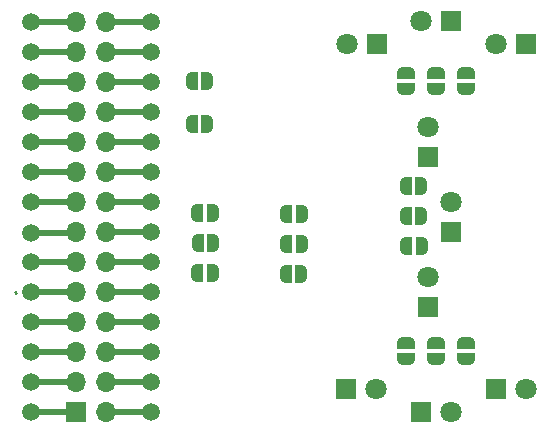
<source format=gbr>
%TF.GenerationSoftware,KiCad,Pcbnew,(6.0.4)*%
%TF.CreationDate,2024-03-23T15:20:54+02:00*%
%TF.ProjectId,EEE3088 Sensing,45454533-3038-4382-9053-656e73696e67,R1.0*%
%TF.SameCoordinates,Original*%
%TF.FileFunction,Copper,L2,Bot*%
%TF.FilePolarity,Positive*%
%FSLAX46Y46*%
G04 Gerber Fmt 4.6, Leading zero omitted, Abs format (unit mm)*
G04 Created by KiCad (PCBNEW (6.0.4)) date 2024-03-23 15:20:54*
%MOMM*%
%LPD*%
G01*
G04 APERTURE LIST*
G04 Aperture macros list*
%AMFreePoly0*
4,1,22,0.500000,-0.750000,0.000000,-0.750000,0.000000,-0.745033,-0.079941,-0.743568,-0.215256,-0.701293,-0.333266,-0.622738,-0.424486,-0.514219,-0.481581,-0.384460,-0.499164,-0.250000,-0.500000,-0.250000,-0.500000,0.250000,-0.499164,0.250000,-0.499963,0.256109,-0.478152,0.396186,-0.417904,0.524511,-0.324060,0.630769,-0.204165,0.706417,-0.067858,0.745374,0.000000,0.744959,0.000000,0.750000,
0.500000,0.750000,0.500000,-0.750000,0.500000,-0.750000,$1*%
%AMFreePoly1*
4,1,20,0.000000,0.744959,0.073905,0.744508,0.209726,0.703889,0.328688,0.626782,0.421226,0.519385,0.479903,0.390333,0.500000,0.250000,0.500000,-0.250000,0.499851,-0.262216,0.476331,-0.402017,0.414519,-0.529596,0.319384,-0.634700,0.198574,-0.708877,0.061801,-0.746166,0.000000,-0.745033,0.000000,-0.750000,-0.500000,-0.750000,-0.500000,0.750000,0.000000,0.750000,0.000000,0.744959,
0.000000,0.744959,$1*%
G04 Aperture macros list end*
%TA.AperFunction,SMDPad,CuDef*%
%ADD10FreePoly0,0.000000*%
%TD*%
%TA.AperFunction,SMDPad,CuDef*%
%ADD11FreePoly1,0.000000*%
%TD*%
%TA.AperFunction,SMDPad,CuDef*%
%ADD12FreePoly0,180.000000*%
%TD*%
%TA.AperFunction,SMDPad,CuDef*%
%ADD13FreePoly1,180.000000*%
%TD*%
%TA.AperFunction,SMDPad,CuDef*%
%ADD14FreePoly0,270.000000*%
%TD*%
%TA.AperFunction,SMDPad,CuDef*%
%ADD15FreePoly1,270.000000*%
%TD*%
%TA.AperFunction,SMDPad,CuDef*%
%ADD16FreePoly0,90.000000*%
%TD*%
%TA.AperFunction,SMDPad,CuDef*%
%ADD17FreePoly1,90.000000*%
%TD*%
%TA.AperFunction,ComponentPad*%
%ADD18C,1.800000*%
%TD*%
%TA.AperFunction,ComponentPad*%
%ADD19R,1.800000X1.800000*%
%TD*%
%TA.AperFunction,ComponentPad*%
%ADD20O,1.700000X1.700000*%
%TD*%
%TA.AperFunction,ComponentPad*%
%ADD21R,1.700000X1.700000*%
%TD*%
%TA.AperFunction,SMDPad,CuDef*%
%ADD22C,1.500000*%
%TD*%
%TA.AperFunction,Conductor*%
%ADD23C,0.500000*%
%TD*%
%TA.AperFunction,Conductor*%
%ADD24C,0.250000*%
%TD*%
G04 APERTURE END LIST*
D10*
%TO.P,17,1,A*%
%TO.N,PE15*%
X129637000Y-77216000D03*
D11*
%TO.P,17,2,B*%
%TO.N,VinR*%
X130937000Y-77216000D03*
%TD*%
D10*
%TO.P,16,1,A*%
%TO.N,PA5*%
X137130000Y-77343000D03*
D11*
%TO.P,16,2,B*%
%TO.N,VoutR*%
X138430000Y-77343000D03*
%TD*%
D12*
%TO.P,15,1,A*%
%TO.N,PE14*%
X130952000Y-74676000D03*
D13*
%TO.P,15,2,B*%
%TO.N,VinM*%
X129652000Y-74676000D03*
%TD*%
D10*
%TO.P,14,1,A*%
%TO.N,PA4*%
X137160000Y-74803000D03*
D11*
%TO.P,14,2,B*%
%TO.N,VoutM*%
X138460000Y-74803000D03*
%TD*%
D10*
%TO.P,13,1,A*%
%TO.N,PA3*%
X137160000Y-72263000D03*
D11*
%TO.P,13,2,B*%
%TO.N,VoutL*%
X138460000Y-72263000D03*
%TD*%
D10*
%TO.P,12,1,A*%
%TO.N,PE13*%
X129637000Y-72136000D03*
D11*
%TO.P,12,2,B*%
%TO.N,VinL*%
X130937000Y-72136000D03*
%TD*%
D10*
%TO.P,11,1,A*%
%TO.N,3V3*%
X129159000Y-60960000D03*
D11*
%TO.P,11,2,B*%
%TO.N,vcc*%
X130459000Y-60960000D03*
%TD*%
D10*
%TO.P,10,1,A*%
%TO.N,BATT*%
X129159000Y-64643000D03*
D11*
%TO.P,10,2,B*%
%TO.N,vcc*%
X130459000Y-64643000D03*
%TD*%
D14*
%TO.P,9,1,A*%
%TO.N,Net-(C9-Pad1)*%
X147320000Y-83170000D03*
D15*
%TO.P,9,2,B*%
%TO.N,VoutR*%
X147320000Y-84470000D03*
%TD*%
D16*
%TO.P,8,1,A*%
%TO.N,Net-(C8-Pad1)*%
X152400000Y-61610000D03*
D17*
%TO.P,8,2,B*%
%TO.N,VoutL*%
X152400000Y-60310000D03*
%TD*%
D10*
%TO.P,7,1,A*%
%TO.N,Net-(C7-Pad1)*%
X147320000Y-74930000D03*
D11*
%TO.P,7,2,B*%
%TO.N,VoutM*%
X148620000Y-74930000D03*
%TD*%
D14*
%TO.P,6,1,A*%
%TO.N,Net-(C6-Pad1)*%
X149860000Y-83170000D03*
D15*
%TO.P,6,2,B*%
%TO.N,VoutR*%
X149860000Y-84470000D03*
%TD*%
D16*
%TO.P,5,1,A*%
%TO.N,Net-(C5-Pad1)*%
X149860000Y-61610000D03*
D17*
%TO.P,5,2,B*%
%TO.N,VoutL*%
X149860000Y-60310000D03*
%TD*%
D10*
%TO.P,4,1,A*%
%TO.N,Net-(C4-Pad1)*%
X147290000Y-72390000D03*
D11*
%TO.P,4,2,B*%
%TO.N,VoutM*%
X148590000Y-72390000D03*
%TD*%
D14*
%TO.P,3,1,A*%
%TO.N,Net-(C3-Pad1)*%
X152400000Y-83170000D03*
D15*
%TO.P,3,2,B*%
%TO.N,VoutR*%
X152400000Y-84470000D03*
%TD*%
D16*
%TO.P,2,1,A*%
%TO.N,Net-(C2-Pad1)*%
X147320000Y-61610000D03*
D17*
%TO.P,2,2,B*%
%TO.N,VoutL*%
X147320000Y-60310000D03*
%TD*%
D11*
%TO.P,1,2,B*%
%TO.N,VoutM*%
X148590000Y-69850000D03*
D10*
%TO.P,1,1,A*%
%TO.N,Net-(C1-Pad1)*%
X147290000Y-69850000D03*
%TD*%
D18*
%TO.P,Q6,2,E*%
%TO.N,VoutR*%
X151130000Y-89000000D03*
D19*
%TO.P,Q6,1,C*%
%TO.N,vcc*%
X148590000Y-89000000D03*
%TD*%
%TO.P,D2,1,K*%
%TO.N,Net-(D2-Pad1)*%
X144830000Y-57815000D03*
D18*
%TO.P,D2,2,A*%
%TO.N,vcc*%
X142290000Y-57815000D03*
%TD*%
%TO.P,Q4,2,E*%
%TO.N,VoutM*%
X151080000Y-71220000D03*
D19*
%TO.P,Q4,1,C*%
%TO.N,vcc*%
X151080000Y-73760000D03*
%TD*%
%TO.P,Q5,1,C*%
%TO.N,vcc*%
X151130000Y-55880000D03*
D18*
%TO.P,Q5,2,E*%
%TO.N,VoutL*%
X148590000Y-55880000D03*
%TD*%
D19*
%TO.P,D6,1,K*%
%TO.N,Net-(D6-Pad1)*%
X142235000Y-87065000D03*
D18*
%TO.P,D6,2,A*%
%TO.N,vcc*%
X144775000Y-87065000D03*
%TD*%
D19*
%TO.P,D1,1,K*%
%TO.N,Net-(D1-Pad1)*%
X149145000Y-67415000D03*
D18*
%TO.P,D1,2,A*%
%TO.N,vcc*%
X149145000Y-64875000D03*
%TD*%
D19*
%TO.P,D5,1,K*%
%TO.N,Net-(D5-Pad1)*%
X157485000Y-57815000D03*
D18*
%TO.P,D5,2,A*%
%TO.N,vcc*%
X154945000Y-57815000D03*
%TD*%
D19*
%TO.P,D4,1,K*%
%TO.N,Net-(D4-Pad1)*%
X149145000Y-80115000D03*
D18*
%TO.P,D4,2,A*%
%TO.N,vcc*%
X149145000Y-77575000D03*
%TD*%
D20*
%TO.P,J1,28,Pin_28*%
%TO.N,3V3*%
X121865000Y-55980000D03*
%TO.P,J1,27,Pin_27*%
%TO.N,GND*%
X119325000Y-55980000D03*
%TO.P,J1,26,Pin_26*%
%TO.N,BATT*%
X121865000Y-58520000D03*
%TO.P,J1,25,Pin_25*%
%TO.N,AB0*%
X119325000Y-58520000D03*
%TO.P,J1,24,Pin_24*%
%TO.N,RESV1*%
X121865000Y-61060000D03*
%TO.P,J1,23,Pin_23*%
%TO.N,PC5*%
X119325000Y-61060000D03*
%TO.P,J1,22,Pin_22*%
%TO.N,PE8*%
X121865000Y-63600000D03*
%TO.P,J1,21,Pin_21*%
%TO.N,GND*%
X119325000Y-63600000D03*
%TO.P,J1,20,Pin_20*%
%TO.N,PE9*%
X121865000Y-66140000D03*
%TO.P,J1,19,Pin_19*%
%TO.N,PC4*%
X119325000Y-66140000D03*
%TO.P,J1,18,Pin_18*%
%TO.N,PE10*%
X121865000Y-68680000D03*
%TO.P,J1,17,Pin_17*%
%TO.N,PA7*%
X119325000Y-68680000D03*
%TO.P,J1,16,Pin_16*%
%TO.N,PE11*%
X121865000Y-71220000D03*
%TO.P,J1,15,Pin_15*%
%TO.N,GND*%
X119325000Y-71220000D03*
%TO.P,J1,14,Pin_14*%
%TO.N,PE12*%
X121865000Y-73760000D03*
%TO.P,J1,13,Pin_13*%
%TO.N,PA6*%
X119325000Y-73760000D03*
%TO.P,J1,12,Pin_12*%
%TO.N,PE13*%
X121865000Y-76300000D03*
%TO.P,J1,11,Pin_11*%
%TO.N,PA5*%
X119325000Y-76300000D03*
%TO.P,J1,10,Pin_10*%
%TO.N,PE14*%
X121865000Y-78840000D03*
%TO.P,J1,9,Pin_9*%
%TO.N,GND*%
X119325000Y-78840000D03*
%TO.P,J1,8,Pin_8*%
%TO.N,PE15*%
X121865000Y-81380000D03*
%TO.P,J1,7,Pin_7*%
%TO.N,PA4*%
X119325000Y-81380000D03*
%TO.P,J1,6,Pin_6*%
%TO.N,RESV2*%
X121865000Y-83920000D03*
%TO.P,J1,5,Pin_5*%
%TO.N,PA3*%
X119325000Y-83920000D03*
%TO.P,J1,4,Pin_4*%
%TO.N,BATT*%
X121865000Y-86460000D03*
%TO.P,J1,3,Pin_3*%
%TO.N,GND*%
X119325000Y-86460000D03*
%TO.P,J1,2,Pin_2*%
%TO.N,3V3*%
X121865000Y-89000000D03*
D21*
%TO.P,J1,1,Pin_1*%
%TO.N,RESV3*%
X119325000Y-89000000D03*
%TD*%
D19*
%TO.P,D3,1,K*%
%TO.N,Net-(D3-Pad1)*%
X154935000Y-87065000D03*
D18*
%TO.P,D3,2,A*%
%TO.N,vcc*%
X157475000Y-87065000D03*
%TD*%
D22*
%TO.P,TP12,1,1*%
%TO.N,PC5*%
X115520000Y-61060000D03*
%TD*%
%TO.P,TP14,1,1*%
%TO.N,GND*%
X115520000Y-63600000D03*
%TD*%
%TO.P,TP2,1,1*%
%TO.N,GND*%
X115520000Y-55980000D03*
%TD*%
%TO.P,TP4,1,1*%
%TO.N,PA4*%
X115520000Y-81380000D03*
%TD*%
%TO.P,TP18,1,1*%
%TO.N,PE15*%
X125680000Y-81380000D03*
%TD*%
%TO.P,TP21,1,1*%
%TO.N,PE12*%
X125680000Y-73760000D03*
%TD*%
%TO.P,TP11,1,1*%
%TO.N,GND*%
X115520000Y-71220000D03*
%TD*%
%TO.P,TP16,1,1*%
%TO.N,BATT*%
X125680000Y-58520000D03*
%TD*%
%TO.P,TP1,1,1*%
%TO.N,RESV3*%
X115520000Y-89000000D03*
%TD*%
%TO.P,TP28,1,1*%
%TO.N,3V3*%
X125680000Y-55980000D03*
%TD*%
%TO.P,TP19,1,1*%
%TO.N,PE14*%
X125680000Y-78840000D03*
%TD*%
%TO.P,TP24,1,1*%
%TO.N,PE9*%
X125680000Y-66140000D03*
%TD*%
%TO.P,TP17,1,1*%
%TO.N,RESV2*%
X125680000Y-83920000D03*
%TD*%
%TO.P,TP8,1,1*%
%TO.N,GND*%
X115520000Y-78840000D03*
%TD*%
%TO.P,TP26,1,1*%
%TO.N,RESV1*%
X125680000Y-61060000D03*
%TD*%
%TO.P,TP7,1,1*%
%TO.N,PA6*%
X115520000Y-73860000D03*
%TD*%
%TO.P,TP10,1,1*%
%TO.N,PC4*%
X115520000Y-66140000D03*
%TD*%
%TO.P,TP9,1,1*%
%TO.N,PA7*%
X115520000Y-68680000D03*
%TD*%
%TO.P,TP5,1,1*%
%TO.N,GND*%
X115520000Y-86460000D03*
%TD*%
%TO.P,TP6,1,1*%
%TO.N,PA5*%
X115520000Y-76300000D03*
%TD*%
%TO.P,TP15,1,1*%
%TO.N,3V3*%
X125680000Y-89000000D03*
%TD*%
%TO.P,TP13,1,1*%
%TO.N,AB0*%
X115520000Y-58520000D03*
%TD*%
%TO.P,TP20,1,1*%
%TO.N,PE13*%
X125680000Y-76300000D03*
%TD*%
%TO.P,TP22,1,1*%
%TO.N,PE11*%
X125680000Y-71220000D03*
%TD*%
%TO.P,TP27,1,1*%
%TO.N,BATT*%
X125680000Y-86460000D03*
%TD*%
%TO.P,TP3,1,1*%
%TO.N,PA3*%
X115520000Y-83920000D03*
%TD*%
%TO.P,TP25,1,1*%
%TO.N,PE8*%
X125680000Y-63600000D03*
%TD*%
%TO.P,TP23,1,1*%
%TO.N,PE10*%
X125680000Y-68680000D03*
%TD*%
D23*
%TO.N,3V3*%
X125680000Y-55980000D02*
X121865000Y-55980000D01*
%TO.N,BATT*%
X121865000Y-58520000D02*
X125680000Y-58520000D01*
%TO.N,RESV1*%
X125680000Y-61060000D02*
X121865000Y-61060000D01*
%TO.N,PE8*%
X121865000Y-63600000D02*
X125680000Y-63600000D01*
%TO.N,PE9*%
X125680000Y-66140000D02*
X121865000Y-66140000D01*
%TO.N,PE10*%
X121865000Y-68680000D02*
X125680000Y-68680000D01*
%TO.N,PE11*%
X125680000Y-71220000D02*
X121865000Y-71220000D01*
%TO.N,PE12*%
X121865000Y-73760000D02*
X125680000Y-73760000D01*
%TO.N,PE13*%
X125680000Y-76300000D02*
X121865000Y-76300000D01*
%TO.N,PE14*%
X121865000Y-78840000D02*
X125680000Y-78840000D01*
%TO.N,PE15*%
X125680000Y-81380000D02*
X121865000Y-81380000D01*
%TO.N,RESV2*%
X121865000Y-83920000D02*
X125680000Y-83920000D01*
%TO.N,BATT*%
X125680000Y-86460000D02*
X121865000Y-86460000D01*
%TO.N,3V3*%
X121865000Y-89000000D02*
X125680000Y-89000000D01*
%TO.N,RESV3*%
X115520000Y-89000000D02*
X119325000Y-89000000D01*
%TO.N,GND*%
X115520000Y-86460000D02*
X119325000Y-86460000D01*
%TO.N,PA3*%
X115520000Y-83920000D02*
X119325000Y-83920000D01*
%TO.N,PA4*%
X115520000Y-81380000D02*
X119325000Y-81380000D01*
%TO.N,GND*%
X115520000Y-78840000D02*
X119325000Y-78840000D01*
%TO.N,PA5*%
X115520000Y-76300000D02*
X119325000Y-76300000D01*
%TO.N,PA6*%
X119225000Y-73860000D02*
X119325000Y-73760000D01*
X115520000Y-73860000D02*
X119225000Y-73860000D01*
%TO.N,GND*%
X115520000Y-71220000D02*
X119325000Y-71220000D01*
%TO.N,PA7*%
X115520000Y-68680000D02*
X119325000Y-68680000D01*
%TO.N,PC4*%
X115520000Y-66140000D02*
X119325000Y-66140000D01*
%TO.N,GND*%
X115520000Y-63600000D02*
X119325000Y-63600000D01*
%TO.N,PC5*%
X115520000Y-61060000D02*
X119325000Y-61060000D01*
%TO.N,AB0*%
X115520000Y-58520000D02*
X119325000Y-58520000D01*
%TO.N,GND*%
X115520000Y-55980000D02*
X119325000Y-55980000D01*
D24*
%TO.N,PA6*%
X114250952Y-78900000D02*
X114150952Y-78800000D01*
%TD*%
M02*

</source>
